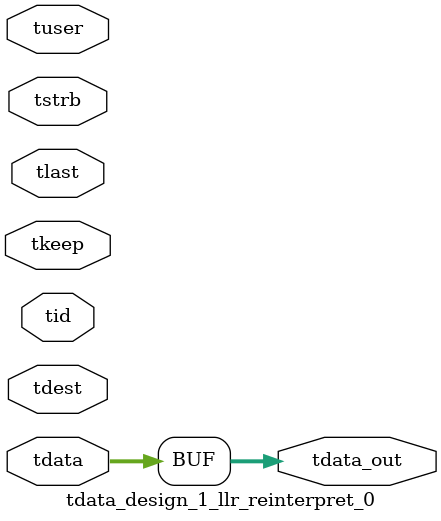
<source format=v>


`timescale 1ps/1ps

module tdata_design_1_llr_reinterpret_0 #
(
parameter C_S_AXIS_TDATA_WIDTH = 32,
parameter C_S_AXIS_TUSER_WIDTH = 0,
parameter C_S_AXIS_TID_WIDTH   = 0,
parameter C_S_AXIS_TDEST_WIDTH = 0,
parameter C_M_AXIS_TDATA_WIDTH = 32
)
(
input  [(C_S_AXIS_TDATA_WIDTH == 0 ? 1 : C_S_AXIS_TDATA_WIDTH)-1:0     ] tdata,
input  [(C_S_AXIS_TUSER_WIDTH == 0 ? 1 : C_S_AXIS_TUSER_WIDTH)-1:0     ] tuser,
input  [(C_S_AXIS_TID_WIDTH   == 0 ? 1 : C_S_AXIS_TID_WIDTH)-1:0       ] tid,
input  [(C_S_AXIS_TDEST_WIDTH == 0 ? 1 : C_S_AXIS_TDEST_WIDTH)-1:0     ] tdest,
input  [(C_S_AXIS_TDATA_WIDTH/8)-1:0 ] tkeep,
input  [(C_S_AXIS_TDATA_WIDTH/8)-1:0 ] tstrb,
input                                                                    tlast,
output [C_M_AXIS_TDATA_WIDTH-1:0] tdata_out
);

assign tdata_out = {tdata[255:128],tdata[127:0]};

endmodule


</source>
